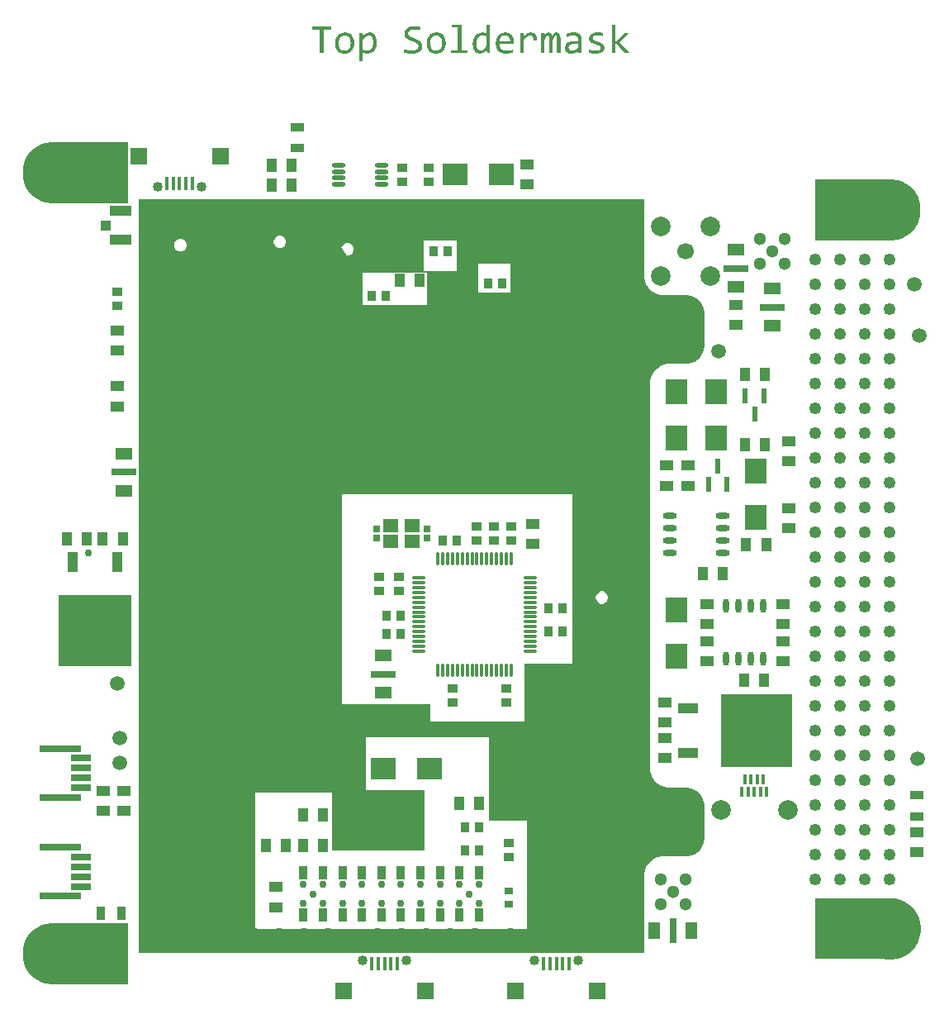
<source format=gts>
G04 Layer_Color=8388736*
%FSLAX25Y25*%
%MOIN*%
G70*
G01*
G75*
%ADD10R,0.05315X0.04134*%
%ADD13O,0.05512X0.01100*%
%ADD14R,0.02800X0.10236*%
%ADD15R,0.04800X0.07087*%
%ADD16R,0.10236X0.02800*%
%ADD17R,0.07087X0.04800*%
%ADD18R,0.05551X0.03583*%
%ADD19R,0.05709X0.03937*%
%ADD20R,0.03937X0.05709*%
%ADD22R,0.08858X0.10039*%
%ADD24R,0.10039X0.08858*%
%ADD25R,0.02165X0.05906*%
%ADD26R,0.01575X0.05315*%
%ADD29R,0.01600X0.04150*%
%ADD30R,0.03740X0.03150*%
%ADD31R,0.03583X0.05551*%
%ADD32R,0.04134X0.05315*%
%ADD34O,0.02362X0.05709*%
%ADD35R,0.04134X0.07874*%
%ADD36R,0.29724X0.29134*%
%ADD37O,0.01100X0.05512*%
%ADD38R,0.07874X0.04134*%
%ADD39R,0.29134X0.29724*%
%ADD40O,0.05709X0.02362*%
%ADD42R,0.08661X0.04134*%
%ADD43R,0.04134X0.04134*%
%ADD44R,0.03500X0.05500*%
%ADD53R,0.29995X0.25000*%
%ADD54R,0.30005X0.25000*%
%ADD55C,0.05906*%
%ADD56C,0.25000*%
%ADD57C,0.28000*%
%ADD58C,0.10000*%
%ADD59C,0.04921*%
%ADD60C,0.04000*%
%ADD61R,0.07000X0.07000*%
%ADD62C,0.07874*%
%ADD63C,0.05118*%
%ADD64C,0.06693*%
%ADD65C,0.03000*%
%ADD119R,0.04337X0.03543*%
%ADD120R,0.06112X0.05324*%
%ADD121R,0.03543X0.04337*%
%ADD122R,0.02841X0.02841*%
%ADD123R,0.16839X0.03059*%
%ADD124R,0.08177X0.02665*%
%ADD125R,0.04140X0.03310*%
%ADD126O,0.05515X0.01800*%
G36*
X165986Y39151D02*
X166204Y39133D01*
X166314D01*
X166405Y39115D01*
X166605Y39097D01*
X166842Y39060D01*
X166896D01*
X166969Y39042D01*
X167042D01*
X167243Y39006D01*
X167480Y38969D01*
X167534D01*
X167607Y38951D01*
X167680Y38933D01*
X167880Y38896D01*
X168081Y38860D01*
Y37548D01*
X168044D01*
X167972Y37584D01*
X167844Y37603D01*
X167680Y37639D01*
X167498Y37675D01*
X167279Y37730D01*
X166805Y37803D01*
X166787D01*
X166696Y37821D01*
X166587Y37839D01*
X166423Y37858D01*
X166241Y37876D01*
X166022Y37894D01*
X165585Y37912D01*
X165384D01*
X165166Y37894D01*
X164892Y37858D01*
X164583Y37803D01*
X164273Y37730D01*
X163999Y37621D01*
X163744Y37475D01*
X163726Y37457D01*
X163653Y37402D01*
X163562Y37311D01*
X163453Y37184D01*
X163344Y37020D01*
X163252Y36819D01*
X163180Y36601D01*
X163161Y36345D01*
Y36327D01*
Y36273D01*
X163180Y36200D01*
X163198Y36090D01*
X163271Y35853D01*
X163325Y35726D01*
X163398Y35598D01*
X163417Y35580D01*
X163435Y35544D01*
X163489Y35489D01*
X163562Y35416D01*
X163763Y35234D01*
X164018Y35034D01*
X164036Y35015D01*
X164091Y34997D01*
X164163Y34942D01*
X164291Y34888D01*
X164419Y34815D01*
X164564Y34742D01*
X164929Y34596D01*
X164947D01*
X165020Y34560D01*
X165111Y34523D01*
X165257Y34469D01*
X165402Y34414D01*
X165566Y34341D01*
X165949Y34177D01*
X165967D01*
X166040Y34141D01*
X166149Y34104D01*
X166277Y34050D01*
X166441Y33977D01*
X166605Y33904D01*
X166988Y33722D01*
X167006Y33704D01*
X167079Y33685D01*
X167170Y33631D01*
X167297Y33558D01*
X167589Y33357D01*
X167880Y33121D01*
X167899Y33102D01*
X167953Y33066D01*
X168026Y32993D01*
X168117Y32884D01*
X168208Y32774D01*
X168318Y32629D01*
X168518Y32301D01*
X168536Y32282D01*
X168554Y32210D01*
X168591Y32118D01*
X168646Y31991D01*
X168700Y31827D01*
X168737Y31626D01*
X168755Y31426D01*
X168773Y31189D01*
Y31153D01*
Y31062D01*
X168755Y30916D01*
X168737Y30734D01*
X168700Y30533D01*
X168627Y30296D01*
X168554Y30059D01*
X168445Y29841D01*
X168427Y29823D01*
X168391Y29750D01*
X168318Y29640D01*
X168227Y29513D01*
X168099Y29367D01*
X167953Y29203D01*
X167771Y29039D01*
X167571Y28894D01*
X167552Y28875D01*
X167480Y28839D01*
X167352Y28766D01*
X167206Y28675D01*
X167006Y28584D01*
X166787Y28493D01*
X166532Y28401D01*
X166241Y28329D01*
X166204D01*
X166113Y28292D01*
X165949Y28274D01*
X165730Y28238D01*
X165475Y28201D01*
X165184Y28183D01*
X164856Y28146D01*
X164255D01*
X164109Y28165D01*
X163981D01*
X163653Y28183D01*
X163581D01*
X163508Y28201D01*
X163398D01*
X163143Y28238D01*
X162852Y28274D01*
X162779D01*
X162706Y28292D01*
X162615D01*
X162378Y28329D01*
X162123Y28365D01*
X162105D01*
X162068Y28383D01*
X161995Y28401D01*
X161922Y28420D01*
X161722Y28474D01*
X161503Y28529D01*
Y29932D01*
X161540Y29914D01*
X161613Y29895D01*
X161740Y29859D01*
X161904Y29805D01*
X162105Y29732D01*
X162341Y29677D01*
X162597Y29622D01*
X162870Y29568D01*
X162906D01*
X162997Y29549D01*
X163161Y29531D01*
X163380Y29513D01*
X163635Y29476D01*
X163927Y29458D01*
X164255Y29440D01*
X164874D01*
X165038Y29458D01*
X165220D01*
X165421Y29495D01*
X165621Y29513D01*
X165822Y29549D01*
X165840D01*
X165913Y29568D01*
X165986Y29604D01*
X166113Y29622D01*
X166368Y29732D01*
X166623Y29859D01*
X166641Y29877D01*
X166678Y29895D01*
X166733Y29950D01*
X166805Y30005D01*
X166969Y30169D01*
X167097Y30387D01*
Y30406D01*
X167115Y30442D01*
X167152Y30515D01*
X167170Y30606D01*
X167206Y30715D01*
X167225Y30843D01*
X167243Y31116D01*
Y31135D01*
Y31189D01*
X167225Y31262D01*
X167206Y31371D01*
X167133Y31608D01*
X167079Y31718D01*
X166988Y31845D01*
X166969Y31863D01*
X166951Y31900D01*
X166896Y31954D01*
X166824Y32027D01*
X166733Y32118D01*
X166623Y32210D01*
X166350Y32392D01*
X166332Y32410D01*
X166277Y32428D01*
X166204Y32483D01*
X166095Y32537D01*
X165967Y32610D01*
X165822Y32683D01*
X165457Y32847D01*
X165439Y32865D01*
X165366Y32884D01*
X165275Y32920D01*
X165129Y32975D01*
X164983Y33029D01*
X164801Y33102D01*
X164419Y33248D01*
X164400Y33266D01*
X164328Y33285D01*
X164236Y33339D01*
X164109Y33394D01*
X163945Y33467D01*
X163781Y33540D01*
X163398Y33722D01*
X163380Y33740D01*
X163307Y33776D01*
X163216Y33813D01*
X163089Y33886D01*
X162961Y33977D01*
X162797Y34068D01*
X162487Y34305D01*
X162469Y34323D01*
X162433Y34359D01*
X162360Y34432D01*
X162269Y34542D01*
X162178Y34651D01*
X162068Y34797D01*
X161868Y35107D01*
X161850Y35125D01*
X161831Y35198D01*
X161795Y35289D01*
X161758Y35416D01*
X161704Y35580D01*
X161667Y35762D01*
X161649Y35981D01*
X161631Y36200D01*
Y36218D01*
Y36291D01*
X161649Y36400D01*
X161667Y36546D01*
X161686Y36710D01*
X161722Y36892D01*
X161777Y37093D01*
X161850Y37293D01*
X161868Y37311D01*
X161886Y37384D01*
X161959Y37475D01*
X162032Y37603D01*
X162123Y37748D01*
X162250Y37912D01*
X162396Y38076D01*
X162560Y38240D01*
X162578Y38258D01*
X162651Y38313D01*
X162761Y38386D01*
X162906Y38477D01*
X163070Y38587D01*
X163289Y38696D01*
X163526Y38805D01*
X163799Y38914D01*
X163836Y38933D01*
X163945Y38951D01*
X164091Y38987D01*
X164309Y39042D01*
X164583Y39097D01*
X164892Y39133D01*
X165238Y39151D01*
X165621Y39169D01*
X165803D01*
X165986Y39151D01*
D02*
G37*
G36*
X196194Y28292D02*
X194901D01*
X194846Y29841D01*
Y29823D01*
X194828Y29805D01*
X194737Y29695D01*
X194627Y29549D01*
X194463Y29349D01*
X194263Y29149D01*
X194044Y28930D01*
X193807Y28730D01*
X193552Y28547D01*
X193516Y28529D01*
X193425Y28493D01*
X193297Y28420D01*
X193097Y28347D01*
X192878Y28274D01*
X192623Y28201D01*
X192350Y28165D01*
X192040Y28146D01*
X191931D01*
X191785Y28165D01*
X191621Y28183D01*
X191439Y28219D01*
X191220Y28274D01*
X191020Y28347D01*
X190801Y28438D01*
X190783Y28456D01*
X190710Y28493D01*
X190619Y28565D01*
X190491Y28657D01*
X190346Y28766D01*
X190200Y28912D01*
X190054Y29076D01*
X189908Y29258D01*
X189890Y29276D01*
X189854Y29349D01*
X189781Y29476D01*
X189708Y29622D01*
X189617Y29823D01*
X189526Y30041D01*
X189435Y30278D01*
X189362Y30551D01*
Y30588D01*
X189344Y30679D01*
X189307Y30843D01*
X189289Y31043D01*
X189252Y31299D01*
X189216Y31590D01*
X189198Y31900D01*
Y32228D01*
Y32246D01*
Y32282D01*
Y32337D01*
Y32410D01*
X189216Y32592D01*
X189234Y32847D01*
X189271Y33139D01*
X189307Y33448D01*
X189380Y33776D01*
X189471Y34086D01*
Y34104D01*
X189489Y34123D01*
X189526Y34232D01*
X189599Y34378D01*
X189690Y34560D01*
X189799Y34778D01*
X189945Y35015D01*
X190109Y35252D01*
X190291Y35471D01*
X190309Y35489D01*
X190382Y35562D01*
X190491Y35671D01*
X190655Y35799D01*
X190838Y35926D01*
X191056Y36072D01*
X191293Y36200D01*
X191566Y36327D01*
X191603Y36345D01*
X191694Y36382D01*
X191858Y36418D01*
X192058Y36473D01*
X192295Y36528D01*
X192587Y36582D01*
X192896Y36601D01*
X193224Y36619D01*
X193461D01*
X193716Y36601D01*
X193990Y36564D01*
X194008D01*
X194062Y36546D01*
X194135D01*
X194227Y36528D01*
X194482Y36473D01*
X194755Y36400D01*
Y39880D01*
X196194D01*
Y28292D01*
D02*
G37*
G36*
X239941Y36655D02*
X240123D01*
X240542Y36619D01*
X240560D01*
X240651Y36601D01*
X240760D01*
X240924Y36582D01*
X241107Y36546D01*
X241307Y36528D01*
X241544Y36473D01*
X241781Y36437D01*
Y35161D01*
X241744D01*
X241671Y35198D01*
X241544Y35216D01*
X241362Y35252D01*
X241179Y35289D01*
X240961Y35325D01*
X240505Y35398D01*
X240487D01*
X240396Y35416D01*
X240287Y35434D01*
X240141Y35453D01*
X239977D01*
X239813Y35471D01*
X239448Y35489D01*
X239266D01*
X239139Y35471D01*
X238847Y35453D01*
X238556Y35398D01*
X238538D01*
X238501Y35380D01*
X238428Y35361D01*
X238337Y35343D01*
X238155Y35252D01*
X237954Y35161D01*
X237918Y35143D01*
X237827Y35070D01*
X237736Y34961D01*
X237645Y34833D01*
X237627Y34797D01*
X237608Y34706D01*
X237572Y34578D01*
X237554Y34414D01*
Y34396D01*
Y34378D01*
X237572Y34287D01*
X237590Y34159D01*
X237627Y34013D01*
X237645Y33977D01*
X237699Y33904D01*
X237809Y33795D01*
X237954Y33667D01*
X237973D01*
X237991Y33631D01*
X238046Y33612D01*
X238119Y33558D01*
X238228Y33503D01*
X238337Y33448D01*
X238465Y33394D01*
X238610Y33321D01*
X238629D01*
X238683Y33285D01*
X238774Y33266D01*
X238902Y33212D01*
X239066Y33157D01*
X239248Y33102D01*
X239448Y33048D01*
X239685Y32975D01*
X239722Y32956D01*
X239813Y32938D01*
X239941Y32902D01*
X240123Y32829D01*
X240323Y32774D01*
X240524Y32683D01*
X240724Y32610D01*
X240924Y32519D01*
X240943Y32501D01*
X241016Y32483D01*
X241088Y32428D01*
X241216Y32373D01*
X241471Y32191D01*
X241726Y31991D01*
X241744Y31973D01*
X241781Y31936D01*
X241835Y31881D01*
X241908Y31809D01*
X242054Y31608D01*
X242127Y31481D01*
X242181Y31353D01*
Y31335D01*
X242200Y31299D01*
X242236Y31207D01*
X242254Y31116D01*
X242291Y30989D01*
X242309Y30861D01*
X242327Y30533D01*
Y30515D01*
Y30460D01*
Y30369D01*
X242309Y30278D01*
X242254Y30023D01*
X242163Y29750D01*
Y29732D01*
X242145Y29695D01*
X242109Y29622D01*
X242054Y29549D01*
X241927Y29349D01*
X241762Y29130D01*
X241744Y29112D01*
X241726Y29094D01*
X241671Y29039D01*
X241599Y28985D01*
X241398Y28839D01*
X241161Y28675D01*
X241143D01*
X241107Y28638D01*
X241034Y28620D01*
X240943Y28565D01*
X240724Y28474D01*
X240451Y28383D01*
X240432D01*
X240396Y28365D01*
X240305Y28347D01*
X240214Y28329D01*
X240105Y28292D01*
X239959Y28274D01*
X239667Y28219D01*
X239649D01*
X239594Y28201D01*
X239521D01*
X239412Y28183D01*
X239175Y28165D01*
X238884Y28146D01*
X238574D01*
X238374Y28165D01*
X238137D01*
X237882Y28183D01*
X237335Y28219D01*
X237299D01*
X237226Y28238D01*
X237080Y28256D01*
X236916Y28274D01*
X236697Y28310D01*
X236479Y28347D01*
X235987Y28456D01*
Y29768D01*
X236023D01*
X236114Y29732D01*
X236242Y29695D01*
X236424Y29640D01*
X236643Y29586D01*
X236879Y29531D01*
X237408Y29440D01*
X237444D01*
X237535Y29422D01*
X237663Y29404D01*
X237845D01*
X238064Y29385D01*
X238301Y29367D01*
X238829Y29349D01*
X238993D01*
X239175Y29367D01*
X239394Y29385D01*
X239649Y29422D01*
X239904Y29458D01*
X240141Y29531D01*
X240341Y29622D01*
X240359Y29640D01*
X240414Y29677D01*
X240505Y29732D01*
X240596Y29823D01*
X240687Y29932D01*
X240779Y30078D01*
X240833Y30242D01*
X240851Y30424D01*
Y30442D01*
Y30460D01*
X240833Y30551D01*
X240815Y30679D01*
X240760Y30806D01*
X240742Y30843D01*
X240706Y30916D01*
X240615Y31025D01*
X240469Y31153D01*
X240432Y31189D01*
X240378Y31207D01*
X240323Y31262D01*
X240232Y31299D01*
X240123Y31353D01*
X239977Y31426D01*
X239831Y31481D01*
X239813D01*
X239758Y31517D01*
X239667Y31554D01*
X239521Y31608D01*
X239357Y31663D01*
X239157Y31736D01*
X238938Y31809D01*
X238665Y31881D01*
X238647D01*
X238574Y31918D01*
X238465Y31936D01*
X238337Y31991D01*
X238173Y32046D01*
X238009Y32100D01*
X237645Y32246D01*
X237627Y32264D01*
X237572Y32282D01*
X237481Y32337D01*
X237371Y32392D01*
X237098Y32537D01*
X236825Y32738D01*
X236807Y32756D01*
X236770Y32792D01*
X236697Y32847D01*
X236624Y32938D01*
X236442Y33139D01*
X236278Y33412D01*
Y33430D01*
X236242Y33485D01*
X236224Y33558D01*
X236187Y33667D01*
X236151Y33795D01*
X236133Y33959D01*
X236096Y34141D01*
Y34323D01*
Y34341D01*
Y34378D01*
Y34451D01*
X236114Y34542D01*
X236133Y34651D01*
X236151Y34778D01*
X236242Y35070D01*
Y35088D01*
X236278Y35143D01*
X236315Y35216D01*
X236369Y35325D01*
X236442Y35434D01*
X236533Y35562D01*
X236661Y35708D01*
X236788Y35835D01*
X236807Y35853D01*
X236861Y35890D01*
X236952Y35963D01*
X237062Y36054D01*
X237208Y36145D01*
X237390Y36236D01*
X237590Y36345D01*
X237827Y36437D01*
X237863Y36455D01*
X237954Y36473D01*
X238082Y36509D01*
X238282Y36564D01*
X238519Y36601D01*
X238793Y36637D01*
X239121Y36655D01*
X239467Y36673D01*
X239795D01*
X239941Y36655D01*
D02*
G37*
G36*
X147857D02*
X148021Y36637D01*
X148221Y36601D01*
X148421Y36546D01*
X148640Y36473D01*
X148840Y36364D01*
X148859Y36345D01*
X148932Y36309D01*
X149023Y36236D01*
X149150Y36145D01*
X149296Y36036D01*
X149442Y35890D01*
X149588Y35726D01*
X149733Y35526D01*
X149751Y35507D01*
X149788Y35434D01*
X149861Y35325D01*
X149934Y35161D01*
X150025Y34979D01*
X150116Y34760D01*
X150207Y34505D01*
X150280Y34232D01*
Y34196D01*
X150316Y34104D01*
X150335Y33940D01*
X150371Y33740D01*
X150407Y33503D01*
X150426Y33212D01*
X150462Y32902D01*
Y32556D01*
Y32537D01*
Y32501D01*
Y32446D01*
Y32373D01*
X150444Y32155D01*
X150426Y31900D01*
X150389Y31590D01*
X150335Y31280D01*
X150262Y30952D01*
X150152Y30624D01*
X150134Y30588D01*
X150098Y30497D01*
X150025Y30351D01*
X149934Y30151D01*
X149806Y29950D01*
X149660Y29713D01*
X149496Y29495D01*
X149296Y29276D01*
X149278Y29258D01*
X149205Y29185D01*
X149077Y29094D01*
X148932Y28966D01*
X148749Y28839D01*
X148512Y28693D01*
X148276Y28565D01*
X148002Y28456D01*
X147966Y28438D01*
X147875Y28420D01*
X147729Y28383D01*
X147529Y28329D01*
X147292Y28274D01*
X147019Y28238D01*
X146727Y28219D01*
X146417Y28201D01*
X146162D01*
X145925Y28219D01*
X145634Y28256D01*
X145561D01*
X145488Y28274D01*
X145397Y28292D01*
X145269D01*
X145142Y28310D01*
X144850Y28365D01*
Y24922D01*
X143429D01*
Y36528D01*
X144686D01*
X144777Y35143D01*
Y35161D01*
X144814Y35179D01*
X144887Y35289D01*
X145014Y35434D01*
X145178Y35598D01*
X145379Y35799D01*
X145597Y35999D01*
X145834Y36182D01*
X146089Y36327D01*
X146126Y36345D01*
X146217Y36382D01*
X146344Y36437D01*
X146545Y36509D01*
X146763Y36564D01*
X147019Y36619D01*
X147310Y36655D01*
X147601Y36673D01*
X147729D01*
X147857Y36655D01*
D02*
G37*
G36*
X212847D02*
X212938D01*
X213066Y36637D01*
X213357Y36564D01*
X213667Y36473D01*
X213977Y36327D01*
X214287Y36109D01*
X214433Y35981D01*
X214560Y35835D01*
X214597Y35799D01*
X214615Y35744D01*
X214669Y35689D01*
X214706Y35598D01*
X214760Y35489D01*
X214833Y35361D01*
X214888Y35216D01*
X214943Y35052D01*
X214997Y34888D01*
X215052Y34687D01*
X215107Y34469D01*
X215143Y34214D01*
X215161Y33959D01*
X215179Y33685D01*
Y33394D01*
X213740D01*
Y33412D01*
Y33448D01*
Y33503D01*
Y33576D01*
X213722Y33758D01*
X213704Y33977D01*
X213667Y34232D01*
X213613Y34487D01*
X213522Y34742D01*
X213412Y34942D01*
X213394Y34961D01*
X213357Y35015D01*
X213266Y35107D01*
X213157Y35198D01*
X213011Y35270D01*
X212847Y35361D01*
X212647Y35416D01*
X212410Y35434D01*
X212301D01*
X212246Y35416D01*
X212064Y35398D01*
X211845Y35325D01*
X211827D01*
X211791Y35307D01*
X211736Y35289D01*
X211663Y35252D01*
X211463Y35143D01*
X211244Y34997D01*
X211226Y34979D01*
X211189Y34961D01*
X211135Y34906D01*
X211044Y34851D01*
X210843Y34651D01*
X210588Y34414D01*
X210570Y34396D01*
X210533Y34359D01*
X210460Y34287D01*
X210369Y34177D01*
X210260Y34050D01*
X210133Y33922D01*
X210005Y33758D01*
X209859Y33576D01*
Y28292D01*
X208420D01*
Y36528D01*
X209714D01*
X209750Y34997D01*
Y35015D01*
X209786Y35034D01*
X209877Y35143D01*
X210023Y35289D01*
X210205Y35489D01*
X210424Y35689D01*
X210661Y35908D01*
X210916Y36109D01*
X211189Y36273D01*
X211226Y36291D01*
X211317Y36327D01*
X211444Y36400D01*
X211645Y36473D01*
X211845Y36546D01*
X212100Y36619D01*
X212355Y36655D01*
X212629Y36673D01*
X212756D01*
X212847Y36655D01*
D02*
G37*
G36*
X223196D02*
X223287Y36637D01*
X223415Y36601D01*
X223542Y36546D01*
X223688Y36473D01*
X223834Y36382D01*
X223980Y36254D01*
X224126Y36090D01*
X224253Y35890D01*
X224381Y35671D01*
X224472Y35398D01*
X224545Y35070D01*
X224599Y34706D01*
X224618Y34287D01*
Y28292D01*
X223196D01*
Y34196D01*
Y34214D01*
Y34268D01*
Y34323D01*
Y34414D01*
X223178Y34615D01*
X223160Y34815D01*
Y34833D01*
Y34851D01*
X223142Y34961D01*
X223123Y35088D01*
X223069Y35216D01*
X223050Y35234D01*
X223032Y35289D01*
X222978Y35361D01*
X222923Y35416D01*
X222905Y35434D01*
X222868Y35453D01*
X222796Y35471D01*
X222704Y35489D01*
X222686D01*
X222613Y35471D01*
X222522Y35453D01*
X222413Y35380D01*
X222395Y35361D01*
X222340Y35307D01*
X222249Y35198D01*
X222140Y35052D01*
Y35034D01*
X222121Y35015D01*
X222085Y34961D01*
X222048Y34906D01*
X221939Y34706D01*
X221812Y34469D01*
Y34451D01*
X221775Y34396D01*
X221739Y34323D01*
X221684Y34214D01*
X221629Y34086D01*
X221556Y33940D01*
X221484Y33758D01*
X221392Y33576D01*
Y28292D01*
X219971D01*
Y34050D01*
Y34068D01*
Y34123D01*
Y34196D01*
Y34305D01*
X219953Y34542D01*
X219935Y34760D01*
Y34778D01*
Y34815D01*
X219917Y34924D01*
X219899Y35070D01*
X219844Y35198D01*
X219826Y35216D01*
X219807Y35289D01*
X219753Y35361D01*
X219698Y35416D01*
X219680Y35434D01*
X219643Y35453D01*
X219570Y35471D01*
X219479Y35489D01*
X219461D01*
X219388Y35471D01*
X219297Y35453D01*
X219206Y35398D01*
X219188Y35380D01*
X219133Y35325D01*
X219042Y35234D01*
X218933Y35088D01*
X218915Y35052D01*
X218842Y34942D01*
X218732Y34760D01*
X218605Y34523D01*
Y34505D01*
X218568Y34451D01*
X218532Y34378D01*
X218477Y34268D01*
X218423Y34141D01*
X218350Y33977D01*
X218259Y33776D01*
X218168Y33576D01*
Y28292D01*
X216746D01*
Y36528D01*
X217913D01*
X217985Y34961D01*
X218004Y34979D01*
X218022Y35034D01*
X218058Y35125D01*
X218113Y35234D01*
X218259Y35489D01*
X218404Y35744D01*
X218423Y35762D01*
X218441Y35799D01*
X218477Y35853D01*
X218532Y35926D01*
X218659Y36109D01*
X218824Y36273D01*
X218842Y36291D01*
X218860Y36309D01*
X218969Y36382D01*
X219115Y36473D01*
X219279Y36564D01*
X219297D01*
X219315Y36582D01*
X219443Y36619D01*
X219607Y36655D01*
X219807Y36673D01*
X219917D01*
X220044Y36655D01*
X220190Y36619D01*
X220354Y36564D01*
X220518Y36491D01*
X220682Y36382D01*
X220828Y36236D01*
X220846Y36218D01*
X220882Y36163D01*
X220937Y36054D01*
X221010Y35908D01*
X221065Y35708D01*
X221119Y35489D01*
X221156Y35216D01*
X221174Y34888D01*
X221192Y34906D01*
X221210Y34961D01*
X221247Y35034D01*
X221301Y35143D01*
X221429Y35380D01*
X221556Y35635D01*
Y35653D01*
X221593Y35689D01*
X221629Y35762D01*
X221684Y35835D01*
X221812Y36018D01*
X221957Y36200D01*
X221976Y36218D01*
X221994Y36236D01*
X222103Y36327D01*
X222249Y36437D01*
X222431Y36546D01*
X222449D01*
X222486Y36564D01*
X222540Y36582D01*
X222613Y36619D01*
X222814Y36655D01*
X223050Y36673D01*
X223123D01*
X223196Y36655D01*
D02*
G37*
G36*
X246645Y32756D02*
X250344Y36528D01*
X252239D01*
X248376Y32720D01*
X252458Y28292D01*
X250490D01*
X246645Y32701D01*
Y28292D01*
X245224D01*
Y39880D01*
X246645D01*
Y32756D01*
D02*
G37*
G36*
X230375Y36655D02*
X230575Y36637D01*
X230812Y36601D01*
X231268Y36509D01*
X231286D01*
X231377Y36473D01*
X231486Y36437D01*
X231614Y36382D01*
X231778Y36309D01*
X231942Y36218D01*
X232106Y36127D01*
X232270Y35999D01*
X232288Y35981D01*
X232343Y35945D01*
X232416Y35872D01*
X232507Y35781D01*
X232616Y35653D01*
X232725Y35507D01*
X232817Y35343D01*
X232908Y35161D01*
X232926Y35143D01*
X232944Y35070D01*
X232980Y34961D01*
X233035Y34815D01*
X233071Y34651D01*
X233108Y34432D01*
X233126Y34214D01*
X233144Y33959D01*
Y28292D01*
X231851D01*
X231814Y29385D01*
X231778Y29349D01*
X231705Y29276D01*
X231559Y29167D01*
X231395Y29021D01*
X231177Y28875D01*
X230958Y28711D01*
X230703Y28565D01*
X230448Y28438D01*
X230411Y28420D01*
X230320Y28401D01*
X230193Y28347D01*
X230011Y28292D01*
X229792Y28238D01*
X229537Y28201D01*
X229282Y28165D01*
X228990Y28146D01*
X228881D01*
X228753Y28165D01*
X228589D01*
X228389Y28183D01*
X228189Y28219D01*
X227788Y28310D01*
X227769D01*
X227715Y28347D01*
X227624Y28383D01*
X227496Y28438D01*
X227241Y28602D01*
X226968Y28802D01*
X226950Y28821D01*
X226913Y28857D01*
X226858Y28930D01*
X226786Y29021D01*
X226713Y29130D01*
X226622Y29258D01*
X226494Y29549D01*
Y29568D01*
X226476Y29622D01*
X226458Y29713D01*
X226421Y29823D01*
X226403Y29968D01*
X226367Y30132D01*
X226348Y30479D01*
Y30497D01*
Y30533D01*
Y30606D01*
X226367Y30679D01*
X226385Y30788D01*
X226403Y30916D01*
X226458Y31189D01*
X226567Y31499D01*
X226731Y31827D01*
X226840Y31991D01*
X226968Y32137D01*
X227095Y32282D01*
X227259Y32428D01*
X227278D01*
X227296Y32465D01*
X227350Y32501D01*
X227442Y32537D01*
X227533Y32592D01*
X227642Y32647D01*
X227788Y32720D01*
X227952Y32792D01*
X228134Y32847D01*
X228334Y32920D01*
X228553Y32975D01*
X228808Y33029D01*
X229063Y33066D01*
X229355Y33102D01*
X229664Y33139D01*
X231705D01*
Y33849D01*
Y33886D01*
Y33977D01*
X231687Y34104D01*
X231650Y34268D01*
X231596Y34451D01*
X231505Y34651D01*
X231395Y34833D01*
X231231Y35015D01*
X231213Y35034D01*
X231140Y35088D01*
X231031Y35161D01*
X230885Y35234D01*
X230685Y35307D01*
X230430Y35380D01*
X230138Y35434D01*
X229810Y35453D01*
X229555D01*
X229373Y35434D01*
X229154Y35416D01*
X228936Y35380D01*
X228425Y35289D01*
X228389D01*
X228316Y35252D01*
X228170Y35216D01*
X228006Y35179D01*
X227788Y35107D01*
X227551Y35034D01*
X227296Y34942D01*
X227041Y34851D01*
Y36145D01*
X227059D01*
X227095Y36163D01*
X227132Y36182D01*
X227205Y36200D01*
X227387Y36254D01*
X227624Y36327D01*
X227642D01*
X227678Y36345D01*
X227751Y36364D01*
X227842Y36382D01*
X228079Y36437D01*
X228334Y36491D01*
X228353D01*
X228407Y36509D01*
X228480Y36528D01*
X228571Y36546D01*
X228680Y36564D01*
X228808Y36582D01*
X229100Y36619D01*
X229118D01*
X229172Y36637D01*
X229245D01*
X229355Y36655D01*
X229482D01*
X229610Y36673D01*
X230193D01*
X230375Y36655D01*
D02*
G37*
G36*
X184606Y29476D02*
X187066D01*
Y28292D01*
X180470D01*
Y29476D01*
X183167D01*
Y38714D01*
X180744D01*
Y39880D01*
X184606D01*
Y29476D01*
D02*
G37*
G36*
X132169Y37767D02*
X128999D01*
Y28292D01*
X127523D01*
Y37767D01*
X124353D01*
Y39006D01*
X132169D01*
Y37767D01*
D02*
G37*
G36*
X202553Y36655D02*
X202753Y36637D01*
X202990Y36601D01*
X203245Y36564D01*
X203501Y36491D01*
X203756Y36400D01*
X203792Y36382D01*
X203865Y36345D01*
X203992Y36291D01*
X204156Y36200D01*
X204320Y36090D01*
X204521Y35963D01*
X204703Y35799D01*
X204885Y35617D01*
X204903Y35598D01*
X204958Y35526D01*
X205049Y35416D01*
X205140Y35289D01*
X205250Y35107D01*
X205377Y34906D01*
X205486Y34669D01*
X205578Y34414D01*
X205596Y34378D01*
X205614Y34287D01*
X205650Y34141D01*
X205705Y33959D01*
X205742Y33722D01*
X205778Y33467D01*
X205796Y33175D01*
X205814Y32847D01*
Y32829D01*
Y32792D01*
Y32738D01*
Y32665D01*
Y32501D01*
X205796Y32319D01*
Y32282D01*
Y32191D01*
Y32082D01*
X205778Y31954D01*
X200002D01*
Y31936D01*
Y31900D01*
Y31827D01*
X200021Y31754D01*
Y31645D01*
X200039Y31517D01*
X200093Y31226D01*
X200166Y30916D01*
X200294Y30588D01*
X200458Y30278D01*
X200695Y30005D01*
X200731Y29968D01*
X200822Y29895D01*
X200986Y29786D01*
X201223Y29677D01*
X201515Y29549D01*
X201861Y29440D01*
X202261Y29367D01*
X202735Y29331D01*
X203191D01*
X203446Y29349D01*
X203501D01*
X203573Y29367D01*
X203664D01*
X203901Y29404D01*
X204138Y29422D01*
X204156D01*
X204193Y29440D01*
X204266D01*
X204357Y29458D01*
X204557Y29495D01*
X204794Y29531D01*
X204812D01*
X204849Y29549D01*
X204903Y29568D01*
X204976Y29586D01*
X205177Y29622D01*
X205377Y29677D01*
Y28511D01*
X205359D01*
X205268Y28493D01*
X205158Y28456D01*
X204995Y28420D01*
X204794Y28383D01*
X204575Y28329D01*
X204320Y28292D01*
X204047Y28256D01*
X204011D01*
X203920Y28238D01*
X203774Y28219D01*
X203592Y28201D01*
X203355Y28183D01*
X203100Y28165D01*
X202826Y28146D01*
X202353D01*
X202152Y28165D01*
X201915Y28183D01*
X201624Y28219D01*
X201314Y28256D01*
X201004Y28329D01*
X200713Y28420D01*
X200676Y28438D01*
X200585Y28474D01*
X200440Y28547D01*
X200275Y28638D01*
X200075Y28748D01*
X199856Y28894D01*
X199656Y29057D01*
X199456Y29258D01*
X199437Y29276D01*
X199383Y29349D01*
X199292Y29476D01*
X199182Y29622D01*
X199055Y29823D01*
X198945Y30041D01*
X198818Y30315D01*
X198727Y30588D01*
Y30606D01*
Y30624D01*
X198690Y30734D01*
X198654Y30898D01*
X198617Y31116D01*
X198581Y31390D01*
X198545Y31681D01*
X198526Y32027D01*
X198508Y32392D01*
Y32410D01*
Y32428D01*
Y32537D01*
X198526Y32701D01*
X198545Y32920D01*
X198563Y33157D01*
X198617Y33430D01*
X198672Y33722D01*
X198745Y34013D01*
Y34032D01*
X198763Y34050D01*
X198800Y34141D01*
X198854Y34287D01*
X198927Y34487D01*
X199037Y34687D01*
X199164Y34924D01*
X199310Y35161D01*
X199474Y35380D01*
X199492Y35398D01*
X199565Y35471D01*
X199674Y35580D01*
X199802Y35726D01*
X199984Y35872D01*
X200184Y36036D01*
X200403Y36182D01*
X200658Y36327D01*
X200695Y36345D01*
X200786Y36382D01*
X200932Y36437D01*
X201114Y36509D01*
X201350Y36564D01*
X201624Y36619D01*
X201915Y36655D01*
X202243Y36673D01*
X202389D01*
X202553Y36655D01*
D02*
G37*
G36*
X174840D02*
X175041Y36637D01*
X175296Y36601D01*
X175551Y36546D01*
X175824Y36473D01*
X176098Y36382D01*
X176134Y36364D01*
X176225Y36327D01*
X176353Y36273D01*
X176517Y36182D01*
X176699Y36072D01*
X176899Y35926D01*
X177100Y35762D01*
X177282Y35580D01*
X177300Y35562D01*
X177355Y35489D01*
X177446Y35380D01*
X177555Y35216D01*
X177683Y35034D01*
X177810Y34797D01*
X177920Y34542D01*
X178029Y34268D01*
X178047Y34232D01*
X178065Y34123D01*
X178120Y33959D01*
X178175Y33758D01*
X178211Y33485D01*
X178266Y33175D01*
X178284Y32829D01*
X178302Y32465D01*
Y32446D01*
Y32428D01*
Y32373D01*
Y32301D01*
X178284Y32118D01*
X178266Y31881D01*
X178229Y31608D01*
X178193Y31317D01*
X178120Y31007D01*
X178029Y30697D01*
X178011Y30661D01*
X177974Y30570D01*
X177920Y30424D01*
X177829Y30242D01*
X177719Y30023D01*
X177592Y29786D01*
X177428Y29549D01*
X177245Y29331D01*
X177227Y29313D01*
X177154Y29240D01*
X177045Y29130D01*
X176899Y29003D01*
X176717Y28875D01*
X176517Y28730D01*
X176262Y28584D01*
X176006Y28456D01*
X175970Y28438D01*
X175879Y28401D01*
X175733Y28365D01*
X175533Y28310D01*
X175278Y28238D01*
X175004Y28201D01*
X174695Y28165D01*
X174348Y28146D01*
X174203D01*
X174021Y28165D01*
X173820Y28183D01*
X173565Y28219D01*
X173292Y28256D01*
X173018Y28329D01*
X172745Y28420D01*
X172709Y28438D01*
X172636Y28474D01*
X172508Y28529D01*
X172344Y28620D01*
X172144Y28730D01*
X171962Y28875D01*
X171761Y29039D01*
X171561Y29221D01*
X171543Y29240D01*
X171488Y29313D01*
X171397Y29422D01*
X171288Y29586D01*
X171178Y29768D01*
X171051Y30005D01*
X170941Y30260D01*
X170832Y30533D01*
Y30551D01*
X170814Y30570D01*
X170796Y30679D01*
X170759Y30843D01*
X170704Y31062D01*
X170650Y31335D01*
X170613Y31645D01*
X170595Y31991D01*
X170577Y32355D01*
Y32373D01*
Y32392D01*
Y32446D01*
Y32519D01*
X170595Y32701D01*
X170613Y32920D01*
X170632Y33193D01*
X170686Y33485D01*
X170741Y33795D01*
X170832Y34086D01*
Y34104D01*
X170850Y34123D01*
X170887Y34214D01*
X170941Y34378D01*
X171032Y34560D01*
X171142Y34778D01*
X171288Y34997D01*
X171433Y35234D01*
X171616Y35453D01*
X171634Y35471D01*
X171707Y35544D01*
X171816Y35653D01*
X171962Y35781D01*
X172144Y35926D01*
X172362Y36072D01*
X172599Y36218D01*
X172854Y36345D01*
X172891Y36364D01*
X172982Y36400D01*
X173128Y36455D01*
X173328Y36509D01*
X173583Y36564D01*
X173856Y36619D01*
X174166Y36655D01*
X174513Y36673D01*
X174658D01*
X174840Y36655D01*
D02*
G37*
G36*
X137890D02*
X138091Y36637D01*
X138346Y36601D01*
X138601Y36546D01*
X138874Y36473D01*
X139147Y36382D01*
X139184Y36364D01*
X139275Y36327D01*
X139402Y36273D01*
X139567Y36182D01*
X139749Y36072D01*
X139949Y35926D01*
X140149Y35762D01*
X140332Y35580D01*
X140350Y35562D01*
X140405Y35489D01*
X140496Y35380D01*
X140605Y35216D01*
X140733Y35034D01*
X140860Y34797D01*
X140969Y34542D01*
X141079Y34268D01*
X141097Y34232D01*
X141115Y34123D01*
X141170Y33959D01*
X141225Y33758D01*
X141261Y33485D01*
X141316Y33175D01*
X141334Y32829D01*
X141352Y32465D01*
Y32446D01*
Y32428D01*
Y32373D01*
Y32301D01*
X141334Y32118D01*
X141316Y31881D01*
X141279Y31608D01*
X141243Y31317D01*
X141170Y31007D01*
X141079Y30697D01*
X141060Y30661D01*
X141024Y30570D01*
X140969Y30424D01*
X140878Y30242D01*
X140769Y30023D01*
X140641Y29786D01*
X140478Y29549D01*
X140295Y29331D01*
X140277Y29313D01*
X140204Y29240D01*
X140095Y29130D01*
X139949Y29003D01*
X139767Y28875D01*
X139567Y28730D01*
X139311Y28584D01*
X139056Y28456D01*
X139020Y28438D01*
X138929Y28401D01*
X138783Y28365D01*
X138583Y28310D01*
X138328Y28238D01*
X138054Y28201D01*
X137744Y28165D01*
X137398Y28146D01*
X137253D01*
X137070Y28165D01*
X136870Y28183D01*
X136615Y28219D01*
X136342Y28256D01*
X136068Y28329D01*
X135795Y28420D01*
X135758Y28438D01*
X135686Y28474D01*
X135558Y28529D01*
X135394Y28620D01*
X135194Y28730D01*
X135011Y28875D01*
X134811Y29039D01*
X134611Y29221D01*
X134592Y29240D01*
X134538Y29313D01*
X134447Y29422D01*
X134337Y29586D01*
X134228Y29768D01*
X134100Y30005D01*
X133991Y30260D01*
X133882Y30533D01*
Y30551D01*
X133864Y30570D01*
X133845Y30679D01*
X133809Y30843D01*
X133754Y31062D01*
X133700Y31335D01*
X133663Y31645D01*
X133645Y31991D01*
X133627Y32355D01*
Y32373D01*
Y32392D01*
Y32446D01*
Y32519D01*
X133645Y32701D01*
X133663Y32920D01*
X133681Y33193D01*
X133736Y33485D01*
X133791Y33795D01*
X133882Y34086D01*
Y34104D01*
X133900Y34123D01*
X133937Y34214D01*
X133991Y34378D01*
X134082Y34560D01*
X134192Y34778D01*
X134337Y34997D01*
X134483Y35234D01*
X134665Y35453D01*
X134684Y35471D01*
X134756Y35544D01*
X134866Y35653D01*
X135011Y35781D01*
X135194Y35926D01*
X135412Y36072D01*
X135649Y36218D01*
X135904Y36345D01*
X135941Y36364D01*
X136032Y36400D01*
X136178Y36455D01*
X136378Y36509D01*
X136633Y36564D01*
X136906Y36619D01*
X137216Y36655D01*
X137562Y36673D01*
X137708D01*
X137890Y36655D01*
D02*
G37*
G36*
X258250Y-61402D02*
X258288Y-62168D01*
X258587Y-63669D01*
X259173Y-65084D01*
X260023Y-66357D01*
X261106Y-67439D01*
X262379Y-68290D01*
X263793Y-68876D01*
X265295Y-69174D01*
X266060Y-69212D01*
X275710D01*
X277219Y-69512D01*
X278640Y-70101D01*
X279919Y-70956D01*
X281007Y-72044D01*
X281862Y-73323D01*
X282450Y-74744D01*
X282750Y-76253D01*
Y-77022D01*
Y-89201D01*
Y-89971D01*
X282450Y-91479D01*
X281862Y-92901D01*
X281007Y-94180D01*
X279919Y-95268D01*
X278640Y-96122D01*
X277219Y-96711D01*
X275710Y-97011D01*
X268560D01*
X267795Y-97049D01*
X266293Y-97348D01*
X264879Y-97934D01*
X263606Y-98784D01*
X262523Y-99867D01*
X261673Y-101140D01*
X261087Y-102554D01*
X260788Y-104056D01*
X260750Y-104821D01*
Y-260103D01*
X260788Y-260869D01*
X261087Y-262370D01*
X261673Y-263785D01*
X262523Y-265058D01*
X263606Y-266140D01*
X264879Y-266991D01*
X266293Y-267577D01*
X267795Y-267875D01*
X268560Y-267913D01*
X275710D01*
X277219Y-268213D01*
X278640Y-268802D01*
X279919Y-269656D01*
X281007Y-270744D01*
X281862Y-272024D01*
X282450Y-273445D01*
X282750Y-274954D01*
Y-275723D01*
Y-287902D01*
Y-288671D01*
X282450Y-290180D01*
X281862Y-291602D01*
X281007Y-292881D01*
X279919Y-293969D01*
X278640Y-294823D01*
X277219Y-295412D01*
X275710Y-295712D01*
X266060D01*
X265295Y-295750D01*
X263793Y-296048D01*
X262379Y-296634D01*
X261106Y-297485D01*
X260023Y-298568D01*
X259173Y-299840D01*
X258587Y-301255D01*
X258288Y-302757D01*
X258250Y-303522D01*
Y-334462D01*
X54250D01*
Y-30462D01*
X258250D01*
Y-61402D01*
D02*
G37*
G36*
X360176Y-312719D02*
X361899Y-313227D01*
X363532Y-313977D01*
X365040Y-314952D01*
X366394Y-316132D01*
X367565Y-317495D01*
X368529Y-319010D01*
X369267Y-320648D01*
X369762Y-322374D01*
X370007Y-324154D01*
X369994Y-325950D01*
X369724Y-327726D01*
X369203Y-329445D01*
X368442Y-331072D01*
X367457Y-332574D01*
X366266Y-333919D01*
X364896Y-335080D01*
X363373Y-336033D01*
X361730Y-336759D01*
X360865Y-337001D01*
Y-337001D01*
X327500D01*
Y-312462D01*
X358399D01*
X360176Y-312719D01*
D02*
G37*
%LPC*%
G36*
X193115Y35434D02*
X193006D01*
X192915Y35416D01*
X192714Y35398D01*
X192459Y35343D01*
X192149Y35252D01*
X191858Y35107D01*
X191566Y34924D01*
X191293Y34669D01*
X191275Y34633D01*
X191202Y34523D01*
X191147Y34451D01*
X191093Y34341D01*
X191038Y34232D01*
X190983Y34104D01*
X190910Y33940D01*
X190856Y33776D01*
X190801Y33576D01*
X190765Y33357D01*
X190710Y33139D01*
X190692Y32884D01*
X190655Y32610D01*
Y32319D01*
Y32301D01*
Y32246D01*
Y32173D01*
Y32082D01*
X190674Y31954D01*
Y31809D01*
X190710Y31481D01*
X190765Y31116D01*
X190838Y30752D01*
X190947Y30406D01*
X191093Y30096D01*
X191111Y30059D01*
X191165Y29987D01*
X191275Y29859D01*
X191421Y29732D01*
X191585Y29604D01*
X191803Y29476D01*
X192040Y29404D01*
X192332Y29367D01*
X192423D01*
X192532Y29385D01*
X192678Y29422D01*
X192860Y29476D01*
X193042Y29568D01*
X193261Y29677D01*
X193480Y29841D01*
X193516Y29859D01*
X193589Y29932D01*
X193698Y30041D01*
X193862Y30205D01*
X194062Y30406D01*
X194263Y30661D01*
X194500Y30952D01*
X194755Y31280D01*
Y35088D01*
X194737D01*
X194700Y35125D01*
X194609Y35143D01*
X194518Y35179D01*
X194409Y35216D01*
X194263Y35270D01*
X193953Y35343D01*
X193935D01*
X193880Y35361D01*
X193807Y35380D01*
X193698Y35398D01*
X193571D01*
X193425Y35416D01*
X193115Y35434D01*
D02*
G37*
G36*
X147474D02*
X147201D01*
X147146Y35416D01*
X146964Y35398D01*
X146763Y35343D01*
X146745D01*
X146709Y35325D01*
X146654Y35307D01*
X146581Y35270D01*
X146399Y35179D01*
X146180Y35052D01*
X146162D01*
X146126Y35015D01*
X146071Y34979D01*
X145998Y34906D01*
X145798Y34742D01*
X145543Y34505D01*
X145524Y34487D01*
X145488Y34451D01*
X145415Y34378D01*
X145342Y34287D01*
X145233Y34159D01*
X145105Y34013D01*
X144978Y33867D01*
X144850Y33685D01*
Y29695D01*
X144869D01*
X144923Y29677D01*
X144996Y29640D01*
X145105Y29604D01*
X145215Y29568D01*
X145361Y29513D01*
X145670Y29440D01*
X145688D01*
X145743Y29422D01*
X145834Y29404D01*
X145943D01*
X146071Y29385D01*
X146217Y29367D01*
X146527Y29349D01*
X146636D01*
X146709Y29367D01*
X146927Y29385D01*
X147183Y29440D01*
X147474Y29549D01*
X147766Y29677D01*
X148057Y29877D01*
X148203Y29987D01*
X148330Y30132D01*
Y30151D01*
X148367Y30169D01*
X148385Y30224D01*
X148440Y30278D01*
X148494Y30369D01*
X148549Y30460D01*
X148604Y30588D01*
X148677Y30715D01*
X148731Y30879D01*
X148786Y31043D01*
X148840Y31244D01*
X148895Y31462D01*
X148950Y31681D01*
X148968Y31936D01*
X149004Y32191D01*
Y32483D01*
Y32519D01*
Y32592D01*
Y32720D01*
X148986Y32884D01*
Y33066D01*
X148968Y33266D01*
X148895Y33667D01*
Y33685D01*
X148877Y33758D01*
X148859Y33867D01*
X148822Y33995D01*
X148731Y34287D01*
X148604Y34596D01*
Y34615D01*
X148567Y34669D01*
X148531Y34742D01*
X148458Y34833D01*
X148294Y35034D01*
X148075Y35216D01*
X148057Y35234D01*
X148021Y35252D01*
X147948Y35289D01*
X147857Y35325D01*
X147747Y35361D01*
X147620Y35398D01*
X147474Y35434D01*
D02*
G37*
G36*
X231705Y32046D02*
X229701D01*
X229573Y32027D01*
X229282Y32009D01*
X228972Y31936D01*
X228954D01*
X228917Y31918D01*
X228844Y31900D01*
X228753Y31863D01*
X228535Y31754D01*
X228334Y31626D01*
X228316D01*
X228298Y31590D01*
X228207Y31499D01*
X228079Y31335D01*
X227970Y31153D01*
Y31135D01*
X227952Y31098D01*
X227934Y31043D01*
X227915Y30970D01*
X227879Y30770D01*
X227861Y30533D01*
Y30515D01*
Y30497D01*
X227879Y30387D01*
X227897Y30242D01*
X227934Y30078D01*
Y30059D01*
X227952Y30041D01*
X227988Y29950D01*
X228061Y29823D01*
X228170Y29677D01*
X228207Y29659D01*
X228280Y29586D01*
X228425Y29495D01*
X228589Y29422D01*
X228608D01*
X228644Y29404D01*
X228699Y29385D01*
X228772D01*
X228972Y29349D01*
X229227Y29331D01*
X229318D01*
X229409Y29349D01*
X229555Y29367D01*
X229719Y29404D01*
X229920Y29458D01*
X230120Y29531D01*
X230357Y29622D01*
X230393Y29640D01*
X230466Y29677D01*
X230594Y29750D01*
X230758Y29859D01*
X230958Y29987D01*
X231195Y30151D01*
X231450Y30333D01*
X231705Y30570D01*
Y32046D01*
D02*
G37*
G36*
X202371Y35526D02*
X202006D01*
X201897Y35507D01*
X201770Y35489D01*
X201624Y35453D01*
X201314Y35343D01*
X201296D01*
X201259Y35307D01*
X201186Y35270D01*
X201095Y35216D01*
X200877Y35052D01*
X200658Y34833D01*
X200640Y34815D01*
X200622Y34778D01*
X200567Y34706D01*
X200494Y34615D01*
X200421Y34505D01*
X200348Y34359D01*
X200203Y34050D01*
Y34032D01*
X200184Y33977D01*
X200148Y33886D01*
X200112Y33758D01*
X200075Y33612D01*
X200057Y33430D01*
X200002Y33048D01*
X204339D01*
Y33066D01*
Y33139D01*
Y33248D01*
Y33376D01*
X204320Y33521D01*
X204302Y33685D01*
X204211Y34032D01*
Y34050D01*
X204193Y34104D01*
X204156Y34196D01*
X204120Y34305D01*
X203992Y34560D01*
X203810Y34815D01*
X203792Y34833D01*
X203756Y34870D01*
X203701Y34924D01*
X203628Y34997D01*
X203519Y35088D01*
X203409Y35161D01*
X203118Y35325D01*
X203100Y35343D01*
X203045Y35361D01*
X202954Y35398D01*
X202845Y35434D01*
X202717Y35471D01*
X202553Y35489D01*
X202371Y35526D01*
D02*
G37*
G36*
X174640Y35453D02*
X174330D01*
X174203Y35434D01*
X174057Y35416D01*
X173875Y35398D01*
X173693Y35343D01*
X173510Y35289D01*
X173328Y35198D01*
X173310Y35179D01*
X173255Y35143D01*
X173164Y35088D01*
X173073Y35015D01*
X172945Y34924D01*
X172818Y34815D01*
X172581Y34523D01*
X172563Y34505D01*
X172527Y34451D01*
X172490Y34359D01*
X172417Y34250D01*
X172344Y34104D01*
X172290Y33940D01*
X172217Y33758D01*
X172162Y33558D01*
Y33540D01*
X172144Y33467D01*
X172126Y33357D01*
X172107Y33212D01*
X172071Y33029D01*
X172053Y32829D01*
X172035Y32392D01*
Y32355D01*
Y32264D01*
X172053Y32118D01*
Y31936D01*
X172071Y31736D01*
X172107Y31499D01*
X172198Y31043D01*
Y31025D01*
X172235Y30952D01*
X172271Y30843D01*
X172326Y30715D01*
X172472Y30406D01*
X172672Y30096D01*
X172690Y30078D01*
X172727Y30041D01*
X172800Y29968D01*
X172891Y29895D01*
X173000Y29805D01*
X173128Y29713D01*
X173419Y29531D01*
X173438D01*
X173492Y29495D01*
X173601Y29476D01*
X173711Y29440D01*
X173875Y29404D01*
X174039Y29385D01*
X174239Y29349D01*
X174549D01*
X174658Y29367D01*
X174822Y29385D01*
X174986Y29404D01*
X175168Y29458D01*
X175351Y29513D01*
X175533Y29586D01*
X175551Y29604D01*
X175606Y29640D01*
X175697Y29695D01*
X175806Y29768D01*
X175915Y29859D01*
X176043Y29987D01*
X176280Y30260D01*
X176298Y30278D01*
X176335Y30333D01*
X176371Y30424D01*
X176444Y30533D01*
X176517Y30679D01*
X176571Y30843D01*
X176644Y31025D01*
X176699Y31226D01*
Y31244D01*
X176717Y31317D01*
X176753Y31444D01*
X176772Y31590D01*
X176808Y31754D01*
X176826Y31954D01*
X176845Y32392D01*
Y32428D01*
Y32519D01*
Y32665D01*
X176826Y32847D01*
X176808Y33048D01*
X176772Y33285D01*
X176717Y33503D01*
X176662Y33722D01*
Y33740D01*
X176626Y33813D01*
X176590Y33922D01*
X176535Y34068D01*
X176389Y34359D01*
X176298Y34523D01*
X176189Y34669D01*
X176171Y34687D01*
X176134Y34724D01*
X176061Y34797D01*
X175970Y34888D01*
X175861Y34979D01*
X175733Y35070D01*
X175424Y35252D01*
X175405Y35270D01*
X175351Y35289D01*
X175259Y35325D01*
X175132Y35361D01*
X174986Y35398D01*
X174822Y35416D01*
X174640Y35453D01*
D02*
G37*
G36*
X137690D02*
X137380D01*
X137253Y35434D01*
X137107Y35416D01*
X136925Y35398D01*
X136742Y35343D01*
X136560Y35289D01*
X136378Y35198D01*
X136360Y35179D01*
X136305Y35143D01*
X136214Y35088D01*
X136123Y35015D01*
X135995Y34924D01*
X135868Y34815D01*
X135631Y34523D01*
X135613Y34505D01*
X135576Y34451D01*
X135540Y34359D01*
X135467Y34250D01*
X135394Y34104D01*
X135339Y33940D01*
X135267Y33758D01*
X135212Y33558D01*
Y33540D01*
X135194Y33467D01*
X135176Y33357D01*
X135157Y33212D01*
X135121Y33029D01*
X135103Y32829D01*
X135084Y32392D01*
Y32355D01*
Y32264D01*
X135103Y32118D01*
Y31936D01*
X135121Y31736D01*
X135157Y31499D01*
X135248Y31043D01*
Y31025D01*
X135285Y30952D01*
X135321Y30843D01*
X135376Y30715D01*
X135522Y30406D01*
X135722Y30096D01*
X135740Y30078D01*
X135777Y30041D01*
X135850Y29968D01*
X135941Y29895D01*
X136050Y29805D01*
X136178Y29713D01*
X136469Y29531D01*
X136487D01*
X136542Y29495D01*
X136651Y29476D01*
X136761Y29440D01*
X136925Y29404D01*
X137089Y29385D01*
X137289Y29349D01*
X137599D01*
X137708Y29367D01*
X137872Y29385D01*
X138036Y29404D01*
X138218Y29458D01*
X138400Y29513D01*
X138583Y29586D01*
X138601Y29604D01*
X138655Y29640D01*
X138747Y29695D01*
X138856Y29768D01*
X138965Y29859D01*
X139093Y29987D01*
X139330Y30260D01*
X139348Y30278D01*
X139384Y30333D01*
X139421Y30424D01*
X139494Y30533D01*
X139567Y30679D01*
X139621Y30843D01*
X139694Y31025D01*
X139749Y31226D01*
Y31244D01*
X139767Y31317D01*
X139803Y31444D01*
X139822Y31590D01*
X139858Y31754D01*
X139876Y31954D01*
X139894Y32392D01*
Y32428D01*
Y32519D01*
Y32665D01*
X139876Y32847D01*
X139858Y33048D01*
X139822Y33285D01*
X139767Y33503D01*
X139712Y33722D01*
Y33740D01*
X139676Y33813D01*
X139639Y33922D01*
X139585Y34068D01*
X139439Y34359D01*
X139348Y34523D01*
X139239Y34669D01*
X139220Y34687D01*
X139184Y34724D01*
X139111Y34797D01*
X139020Y34888D01*
X138911Y34979D01*
X138783Y35070D01*
X138473Y35252D01*
X138455Y35270D01*
X138400Y35289D01*
X138309Y35325D01*
X138182Y35361D01*
X138036Y35398D01*
X137872Y35416D01*
X137690Y35453D01*
D02*
G37*
G36*
X111848Y-45360D02*
X110853D01*
X109933Y-45741D01*
X109229Y-46445D01*
X108848Y-47365D01*
Y-47862D01*
Y-48360D01*
X109229Y-49279D01*
X109933Y-49983D01*
X110853Y-50364D01*
X111848D01*
X112768Y-49983D01*
X113471Y-49279D01*
X113852Y-48360D01*
Y-47862D01*
Y-47365D01*
X113471Y-46445D01*
X112768Y-45741D01*
X111848Y-45360D01*
D02*
G37*
G36*
X71648Y-46660D02*
X70653D01*
X69733Y-47041D01*
X69029Y-47745D01*
X68648Y-48665D01*
Y-49162D01*
Y-49660D01*
X69029Y-50579D01*
X69733Y-51283D01*
X70653Y-51664D01*
X71648D01*
X72568Y-51283D01*
X73272Y-50579D01*
X73652Y-49660D01*
Y-49162D01*
Y-48665D01*
X73272Y-47745D01*
X72568Y-47041D01*
X71648Y-46660D01*
D02*
G37*
G36*
X139191Y-48249D02*
X138195D01*
X137276Y-48630D01*
X136572Y-49333D01*
X136191Y-50253D01*
Y-50751D01*
Y-51248D01*
X136572Y-52168D01*
X137276Y-52872D01*
X138195Y-53253D01*
X139191D01*
X140110Y-52872D01*
X140814Y-52168D01*
X141195Y-51248D01*
Y-50751D01*
Y-50253D01*
X140814Y-49333D01*
X140110Y-48630D01*
X139191Y-48249D01*
D02*
G37*
G36*
X182600Y-47162D02*
X169500D01*
Y-59562D01*
X182600D01*
Y-47162D01*
D02*
G37*
G36*
X204350Y-56662D02*
X191250D01*
Y-68162D01*
X204350D01*
Y-56662D01*
D02*
G37*
G36*
X170625Y-60200D02*
X144650D01*
Y-73262D01*
X170625D01*
Y-60200D01*
D02*
G37*
G36*
X241848Y-188760D02*
X240853D01*
X239933Y-189141D01*
X239229Y-189845D01*
X238848Y-190764D01*
Y-191262D01*
Y-191760D01*
X239229Y-192679D01*
X239933Y-193383D01*
X240853Y-193764D01*
X241848D01*
X242768Y-193383D01*
X243472Y-192679D01*
X243852Y-191760D01*
Y-191262D01*
Y-190764D01*
X243472Y-189845D01*
X242768Y-189141D01*
X241848Y-188760D01*
D02*
G37*
G36*
X229250Y-149462D02*
X136400Y-149462D01*
X136400Y-234100D01*
X172050Y-234100D01*
X172050Y-241162D01*
X209950D01*
Y-218062D01*
X229250D01*
Y-149462D01*
D02*
G37*
G36*
X195750Y-247450D02*
X146200D01*
Y-268900D01*
X169750D01*
X169750Y-293362D01*
X132450D01*
X132450Y-269928D01*
X101250D01*
Y-324762D01*
X132450D01*
X211165Y-324762D01*
X211165Y-281262D01*
X195750Y-281262D01*
Y-247450D01*
D02*
G37*
%LPD*%
D10*
X45750Y-114098D02*
D03*
Y-106027D02*
D03*
X283650Y-216898D02*
D03*
Y-208827D02*
D03*
X314250D02*
D03*
Y-216898D02*
D03*
X368550Y-293998D02*
D03*
Y-285927D02*
D03*
X40050Y-269127D02*
D03*
Y-277198D02*
D03*
X48350Y-277198D02*
D03*
Y-269127D02*
D03*
X109650Y-316155D02*
D03*
Y-308084D02*
D03*
X295350Y-73227D02*
D03*
Y-81298D02*
D03*
X316850Y-163398D02*
D03*
Y-155327D02*
D03*
Y-128227D02*
D03*
Y-136298D02*
D03*
X267550Y-138027D02*
D03*
Y-146098D02*
D03*
X211050Y-24598D02*
D03*
Y-16527D02*
D03*
X45750Y-91498D02*
D03*
Y-83427D02*
D03*
D13*
X167457Y-197119D02*
D03*
Y-195150D02*
D03*
X212339Y-183339D02*
D03*
Y-185308D02*
D03*
Y-187276D02*
D03*
Y-189245D02*
D03*
Y-191213D02*
D03*
Y-193182D02*
D03*
Y-195150D02*
D03*
Y-197119D02*
D03*
Y-199087D02*
D03*
Y-201056D02*
D03*
Y-203024D02*
D03*
Y-204993D02*
D03*
Y-206961D02*
D03*
Y-208930D02*
D03*
Y-210898D02*
D03*
Y-212867D02*
D03*
X167457D02*
D03*
Y-210898D02*
D03*
Y-208930D02*
D03*
Y-206961D02*
D03*
Y-204993D02*
D03*
Y-203024D02*
D03*
Y-201056D02*
D03*
Y-199087D02*
D03*
Y-193182D02*
D03*
Y-191213D02*
D03*
Y-189245D02*
D03*
Y-187276D02*
D03*
Y-185308D02*
D03*
Y-183339D02*
D03*
D14*
X269950Y-325562D02*
D03*
D15*
X262450D02*
D03*
X277450D02*
D03*
D16*
X295350Y-58562D02*
D03*
X310050Y-74249D02*
D03*
X48331Y-140662D02*
D03*
X153200Y-222200D02*
D03*
D17*
X295350Y-66062D02*
D03*
Y-51062D02*
D03*
X310050Y-81749D02*
D03*
Y-66749D02*
D03*
X48331Y-148162D02*
D03*
Y-133162D02*
D03*
X153200Y-229700D02*
D03*
Y-214700D02*
D03*
D18*
X118250Y-1550D02*
D03*
Y-9975D02*
D03*
X368550Y-279487D02*
D03*
Y-271062D02*
D03*
D19*
X314250Y-201898D02*
D03*
Y-193827D02*
D03*
X283650Y-201898D02*
D03*
Y-193827D02*
D03*
X213350Y-161427D02*
D03*
Y-169498D02*
D03*
X266750Y-247927D02*
D03*
Y-255998D02*
D03*
Y-241498D02*
D03*
Y-233427D02*
D03*
X276150Y-138027D02*
D03*
Y-146098D02*
D03*
D20*
X33335Y-167700D02*
D03*
X25265D02*
D03*
X39865D02*
D03*
X47935D02*
D03*
X307586Y-169762D02*
D03*
X299515D02*
D03*
X298915Y-129722D02*
D03*
X306986D02*
D03*
X306986Y-101222D02*
D03*
X298915D02*
D03*
D22*
X271450Y-196258D02*
D03*
Y-214959D02*
D03*
X303550Y-140312D02*
D03*
Y-159013D02*
D03*
X271450Y-108112D02*
D03*
Y-126813D02*
D03*
X287450Y-108112D02*
D03*
Y-126813D02*
D03*
D24*
X171801Y-260362D02*
D03*
X153100D02*
D03*
X181900Y-20562D02*
D03*
X200601D02*
D03*
D25*
X288050Y-138262D02*
D03*
X291791Y-145742D02*
D03*
X284310D02*
D03*
X302950Y-117262D02*
D03*
X299210Y-109782D02*
D03*
X306691D02*
D03*
D26*
X158718Y-339000D02*
D03*
X156159D02*
D03*
X153600D02*
D03*
X151041D02*
D03*
X148482D02*
D03*
X65682Y-24100D02*
D03*
X68241D02*
D03*
X70800D02*
D03*
X73359D02*
D03*
X75918D02*
D03*
X228018Y-339000D02*
D03*
X225459D02*
D03*
X222900D02*
D03*
X220341D02*
D03*
X217782D02*
D03*
D29*
X306550Y-264480D02*
D03*
X304050D02*
D03*
X301550D02*
D03*
X299050D02*
D03*
X297800Y-269480D02*
D03*
X300300D02*
D03*
X302800D02*
D03*
X305300D02*
D03*
X307800D02*
D03*
D30*
X203650Y-309462D02*
D03*
Y-314777D02*
D03*
D31*
X39087Y-318500D02*
D03*
X47513D02*
D03*
D32*
X298615Y-224462D02*
D03*
X306686D02*
D03*
X183715Y-274262D02*
D03*
X191786D02*
D03*
X120615Y-279062D02*
D03*
X128686D02*
D03*
X113786Y-291162D02*
D03*
X105715D02*
D03*
X128686D02*
D03*
X120615D02*
D03*
X290186Y-181462D02*
D03*
X282115D02*
D03*
X116086Y-25062D02*
D03*
X108015D02*
D03*
X116086Y-16962D02*
D03*
X108015D02*
D03*
X159615Y-63362D02*
D03*
X167686D02*
D03*
D34*
X306450Y-194634D02*
D03*
X301450D02*
D03*
X296450D02*
D03*
X291450D02*
D03*
X306450Y-216090D02*
D03*
X301450D02*
D03*
X296450D02*
D03*
X291450D02*
D03*
D35*
X45600Y-176800D02*
D03*
X27569Y-176800D02*
D03*
D36*
X36584Y-204453D02*
D03*
D37*
X175134Y-175662D02*
D03*
X177102D02*
D03*
X179071D02*
D03*
X181039D02*
D03*
X183008D02*
D03*
X184976D02*
D03*
X186945D02*
D03*
X188913D02*
D03*
X190882D02*
D03*
X192850D02*
D03*
X194819D02*
D03*
X196787D02*
D03*
X198756D02*
D03*
X200725D02*
D03*
X202693D02*
D03*
X204661D02*
D03*
Y-220544D02*
D03*
X202693D02*
D03*
X200725D02*
D03*
X198756D02*
D03*
X196787D02*
D03*
X194819D02*
D03*
X192850D02*
D03*
X190882D02*
D03*
X188913D02*
D03*
X186945D02*
D03*
X184976D02*
D03*
X183008D02*
D03*
X181039D02*
D03*
X179071D02*
D03*
X177102D02*
D03*
X175134D02*
D03*
D38*
X276200Y-235800D02*
D03*
X276200Y-253832D02*
D03*
D39*
X303854Y-244816D02*
D03*
D40*
X268722Y-158362D02*
D03*
Y-163362D02*
D03*
Y-168362D02*
D03*
Y-173362D02*
D03*
X290179Y-158362D02*
D03*
Y-163362D02*
D03*
Y-168362D02*
D03*
Y-173362D02*
D03*
D42*
X47150Y-46969D02*
D03*
Y-35355D02*
D03*
D43*
X41146Y-41162D02*
D03*
D44*
X168082Y-319306D02*
D03*
X175952D02*
D03*
X160212D02*
D03*
X152342D02*
D03*
X183822D02*
D03*
X128732Y-302306D02*
D03*
X120862D02*
D03*
X191692Y-319306D02*
D03*
X144472D02*
D03*
X120862D02*
D03*
X128732D02*
D03*
X136602D02*
D03*
Y-302306D02*
D03*
X144472D02*
D03*
X152342D02*
D03*
X160212D02*
D03*
X168082D02*
D03*
X175952D02*
D03*
X183822D02*
D03*
X191692D02*
D03*
D53*
X35003Y-334962D02*
D03*
Y-19962D02*
D03*
D54*
X342503Y-34962D02*
D03*
D55*
X46850Y-247962D02*
D03*
Y-257962D02*
D03*
X45850Y-225862D02*
D03*
X288250Y-92062D02*
D03*
X368650Y-256162D02*
D03*
X369250Y-85462D02*
D03*
X367550Y-65062D02*
D03*
D56*
X270000Y-282500D02*
D03*
Y-82500D02*
D03*
X357505Y-34957D02*
D03*
X20005Y-334957D02*
D03*
Y-19957D02*
D03*
X357505Y-324957D02*
D03*
X223800Y-55000D02*
D03*
X88800D02*
D03*
X223700Y-310000D02*
D03*
X88800D02*
D03*
D57*
X125800Y-60000D02*
D03*
D58*
X334505Y-34957D02*
D03*
X43005Y-334957D02*
D03*
Y-19957D02*
D03*
X334505Y-324957D02*
D03*
D59*
X337500Y-185000D02*
D03*
Y-195000D02*
D03*
Y-215000D02*
D03*
Y-205000D02*
D03*
Y-225000D02*
D03*
Y-235000D02*
D03*
Y-245000D02*
D03*
Y-255000D02*
D03*
Y-265000D02*
D03*
Y-275000D02*
D03*
X327500D02*
D03*
Y-265000D02*
D03*
Y-255000D02*
D03*
Y-245000D02*
D03*
Y-235000D02*
D03*
Y-225000D02*
D03*
Y-205000D02*
D03*
Y-215000D02*
D03*
Y-195000D02*
D03*
Y-95000D02*
D03*
Y-105000D02*
D03*
Y-115000D02*
D03*
Y-125000D02*
D03*
Y-135000D02*
D03*
Y-145000D02*
D03*
Y-165000D02*
D03*
Y-155000D02*
D03*
Y-175000D02*
D03*
Y-185000D02*
D03*
X337500Y-85000D02*
D03*
Y-95000D02*
D03*
Y-105000D02*
D03*
Y-115000D02*
D03*
Y-125000D02*
D03*
Y-135000D02*
D03*
Y-145000D02*
D03*
Y-165000D02*
D03*
Y-155000D02*
D03*
Y-175000D02*
D03*
X327500Y-285000D02*
D03*
Y-295000D02*
D03*
Y-305000D02*
D03*
X337500D02*
D03*
Y-295000D02*
D03*
Y-285000D02*
D03*
Y-75000D02*
D03*
X327500D02*
D03*
Y-85000D02*
D03*
X337500Y-65000D02*
D03*
Y-55000D02*
D03*
X327500D02*
D03*
Y-65000D02*
D03*
X357500Y-185000D02*
D03*
Y-195000D02*
D03*
Y-215000D02*
D03*
Y-205000D02*
D03*
Y-225000D02*
D03*
Y-235000D02*
D03*
Y-245000D02*
D03*
Y-255000D02*
D03*
Y-265000D02*
D03*
Y-275000D02*
D03*
X347500D02*
D03*
Y-265000D02*
D03*
Y-255000D02*
D03*
Y-245000D02*
D03*
Y-235000D02*
D03*
Y-225000D02*
D03*
Y-205000D02*
D03*
Y-215000D02*
D03*
Y-195000D02*
D03*
Y-95000D02*
D03*
Y-105000D02*
D03*
Y-115000D02*
D03*
Y-125000D02*
D03*
Y-135000D02*
D03*
Y-145000D02*
D03*
Y-165000D02*
D03*
Y-155000D02*
D03*
Y-175000D02*
D03*
Y-185000D02*
D03*
X357500Y-85000D02*
D03*
Y-95000D02*
D03*
Y-105000D02*
D03*
Y-115000D02*
D03*
Y-125000D02*
D03*
Y-135000D02*
D03*
Y-145000D02*
D03*
Y-165000D02*
D03*
Y-155000D02*
D03*
Y-175000D02*
D03*
X347500Y-285000D02*
D03*
Y-295000D02*
D03*
Y-305000D02*
D03*
X357500D02*
D03*
Y-295000D02*
D03*
Y-285000D02*
D03*
Y-75000D02*
D03*
X347500D02*
D03*
Y-85000D02*
D03*
X357500Y-65000D02*
D03*
Y-55000D02*
D03*
X347500D02*
D03*
Y-65000D02*
D03*
D60*
X79560Y-25478D02*
D03*
X62040D02*
D03*
X162360Y-337622D02*
D03*
X144840D02*
D03*
X62040Y-25478D02*
D03*
X79560D02*
D03*
X231660Y-337622D02*
D03*
X214140D02*
D03*
D61*
X87237Y-13175D02*
D03*
X54363D02*
D03*
X170037Y-349925D02*
D03*
X137163D02*
D03*
X54363Y-13175D02*
D03*
X87237D02*
D03*
X239337Y-349925D02*
D03*
X206463D02*
D03*
D62*
X316304Y-277000D02*
D03*
X289296D02*
D03*
X285000Y-61500D02*
D03*
Y-41500D02*
D03*
X265000D02*
D03*
Y-61500D02*
D03*
D63*
X270000Y-310000D02*
D03*
X275000Y-315000D02*
D03*
X265000D02*
D03*
X275000Y-305000D02*
D03*
X265000D02*
D03*
X310000Y-51500D02*
D03*
X315000Y-56500D02*
D03*
X305000D02*
D03*
X315000Y-46500D02*
D03*
X305000D02*
D03*
D64*
X275000Y-51500D02*
D03*
D65*
X187757Y-310806D02*
D03*
X124797D02*
D03*
X120862Y-306868D02*
D03*
Y-314743D02*
D03*
X128732D02*
D03*
Y-306868D02*
D03*
X136602Y-314743D02*
D03*
Y-306868D02*
D03*
X144472Y-314743D02*
D03*
Y-306868D02*
D03*
X152342Y-314743D02*
D03*
Y-306868D02*
D03*
X160212Y-314743D02*
D03*
Y-306868D02*
D03*
X168082Y-314743D02*
D03*
Y-306868D02*
D03*
X175952Y-314743D02*
D03*
Y-306868D02*
D03*
X183822Y-314743D02*
D03*
Y-306868D02*
D03*
X191692Y-314743D02*
D03*
Y-306868D02*
D03*
X204250Y-326000D02*
D03*
X195000Y-330962D02*
D03*
X175250D02*
D03*
X165375D02*
D03*
X34200Y-173100D02*
D03*
X61750Y-61463D02*
D03*
X160438Y-325962D02*
D03*
X244350Y-33462D02*
D03*
X249250Y-38462D02*
D03*
X254250Y-33462D02*
D03*
X234450D02*
D03*
X239400Y-38462D02*
D03*
X204750Y-33462D02*
D03*
X209700Y-38462D02*
D03*
X214650Y-33462D02*
D03*
X219600Y-38462D02*
D03*
X184950Y-33462D02*
D03*
X189900Y-38462D02*
D03*
X194850Y-33462D02*
D03*
X199800Y-38462D02*
D03*
X165150Y-33462D02*
D03*
X175050D02*
D03*
X180000Y-38462D02*
D03*
X145350Y-33462D02*
D03*
X150300Y-38462D02*
D03*
X155250Y-33462D02*
D03*
X160200Y-38462D02*
D03*
X135450Y-33462D02*
D03*
X90900Y-38462D02*
D03*
X81000D02*
D03*
X249250Y-47887D02*
D03*
X254250Y-42912D02*
D03*
X249250Y-67787D02*
D03*
X254250Y-62812D02*
D03*
X249250Y-57837D02*
D03*
X254250Y-82712D02*
D03*
X249250Y-77737D02*
D03*
X254250Y-72762D02*
D03*
X249250Y-107587D02*
D03*
Y-127487D02*
D03*
X254250Y-122512D02*
D03*
X249250Y-117537D02*
D03*
X254250Y-112562D02*
D03*
X249250Y-147387D02*
D03*
X254250Y-142412D02*
D03*
X249250Y-137437D02*
D03*
X254250Y-132462D02*
D03*
X249250Y-167287D02*
D03*
X254250Y-152362D02*
D03*
X249250Y-187187D02*
D03*
X254250Y-182212D02*
D03*
X249250Y-177237D02*
D03*
X254250Y-172262D02*
D03*
X249250Y-207087D02*
D03*
X254250Y-202112D02*
D03*
X249250Y-197137D02*
D03*
X254250Y-192162D02*
D03*
X249250Y-226987D02*
D03*
X254250Y-222012D02*
D03*
X249250Y-217037D02*
D03*
X254250Y-212062D02*
D03*
X249250Y-246887D02*
D03*
X254250Y-241912D02*
D03*
X249250Y-236937D02*
D03*
X254250Y-231962D02*
D03*
Y-251862D02*
D03*
X249250Y-286687D02*
D03*
X254250Y-281712D02*
D03*
X249250Y-276737D02*
D03*
X254250Y-271762D02*
D03*
X249250Y-306587D02*
D03*
X254250Y-301612D02*
D03*
X249250Y-296637D02*
D03*
X254250Y-291662D02*
D03*
X249250Y-325962D02*
D03*
X254250Y-321512D02*
D03*
X249250Y-316537D02*
D03*
X254250Y-311562D02*
D03*
Y-330962D02*
D03*
X229563Y-325962D02*
D03*
X234500Y-330962D02*
D03*
X239438Y-325962D02*
D03*
X244375Y-330962D02*
D03*
X219688Y-325962D02*
D03*
X224625Y-330962D02*
D03*
X190063Y-325962D02*
D03*
X170313D02*
D03*
X180188D02*
D03*
X185125Y-330962D02*
D03*
X150563Y-325962D02*
D03*
X155500Y-330962D02*
D03*
X130813Y-325962D02*
D03*
X135750Y-330962D02*
D03*
X111063Y-325962D02*
D03*
X116000Y-330962D02*
D03*
X120938Y-325962D02*
D03*
X125875Y-330962D02*
D03*
X96250D02*
D03*
X101188Y-325962D02*
D03*
X106125Y-330962D02*
D03*
X71563Y-325962D02*
D03*
X76500Y-330962D02*
D03*
X86375D02*
D03*
X56750D02*
D03*
X61688Y-325995D02*
D03*
X66625Y-330962D02*
D03*
X61750Y-316062D02*
D03*
X56750Y-321029D02*
D03*
Y-301162D02*
D03*
X61750Y-306129D02*
D03*
X56750Y-261429D02*
D03*
Y-271362D02*
D03*
X61750Y-236596D02*
D03*
X56750Y-241562D02*
D03*
X61750Y-246529D02*
D03*
X56750Y-251496D02*
D03*
X61750Y-216729D02*
D03*
X56750Y-221696D02*
D03*
X61750Y-226662D02*
D03*
X56750Y-231629D02*
D03*
X61750Y-196862D02*
D03*
X56750Y-201829D02*
D03*
X61750Y-206796D02*
D03*
X56750Y-211762D02*
D03*
X61750Y-176996D02*
D03*
Y-186929D02*
D03*
X56750Y-191896D02*
D03*
X61750Y-157129D02*
D03*
X56750Y-162096D02*
D03*
X61750Y-167062D02*
D03*
Y-137262D02*
D03*
Y-147196D02*
D03*
X56750Y-122362D02*
D03*
X61750Y-127329D02*
D03*
Y-75163D02*
D03*
X56750Y-70196D02*
D03*
X61750Y-48362D02*
D03*
X56750Y-43396D02*
D03*
X61750Y-38462D02*
D03*
X56750Y-33463D02*
D03*
X249250Y-87687D02*
D03*
X244250Y-82712D02*
D03*
Y-62812D02*
D03*
X239275Y-57812D02*
D03*
D119*
X190850Y-168320D02*
D03*
Y-162605D02*
D03*
X45750Y-73620D02*
D03*
Y-67905D02*
D03*
X159250Y-188620D02*
D03*
Y-182905D02*
D03*
X202850Y-227905D02*
D03*
Y-233620D02*
D03*
X197850Y-168320D02*
D03*
Y-162605D02*
D03*
X204850Y-168320D02*
D03*
Y-162605D02*
D03*
X181050Y-227905D02*
D03*
Y-233620D02*
D03*
X203650Y-295920D02*
D03*
Y-290205D02*
D03*
X160650Y-17905D02*
D03*
Y-23620D02*
D03*
X171350Y-23520D02*
D03*
Y-17805D02*
D03*
D120*
X156120Y-168612D02*
D03*
Y-162312D02*
D03*
X164781D02*
D03*
Y-168612D02*
D03*
D121*
X160108Y-198462D02*
D03*
X154393D02*
D03*
X160108Y-206062D02*
D03*
X154393D02*
D03*
X219693Y-204962D02*
D03*
X225408D02*
D03*
X177143Y-168200D02*
D03*
X182858D02*
D03*
X219693Y-195662D02*
D03*
X225408D02*
D03*
X191808Y-284062D02*
D03*
X186093D02*
D03*
X191808Y-293262D02*
D03*
X186093D02*
D03*
X201008Y-64562D02*
D03*
X195293D02*
D03*
X173493Y-51562D02*
D03*
X179208D02*
D03*
X148493Y-69662D02*
D03*
X154208D02*
D03*
D122*
X170700Y-167300D02*
D03*
Y-163678D02*
D03*
X150250Y-163740D02*
D03*
Y-167362D02*
D03*
D123*
X22800Y-271785D02*
D03*
Y-252100D02*
D03*
Y-311700D02*
D03*
Y-292015D02*
D03*
D124*
X31068Y-267848D02*
D03*
Y-256037D02*
D03*
Y-259974D02*
D03*
Y-263911D02*
D03*
Y-307763D02*
D03*
Y-295952D02*
D03*
Y-299889D02*
D03*
Y-303826D02*
D03*
D125*
X151550Y-188540D02*
D03*
Y-182985D02*
D03*
D126*
X152410Y-24601D02*
D03*
Y-22042D02*
D03*
Y-19483D02*
D03*
Y-16924D02*
D03*
X134891Y-24601D02*
D03*
Y-22042D02*
D03*
Y-19483D02*
D03*
Y-16924D02*
D03*
M02*

</source>
